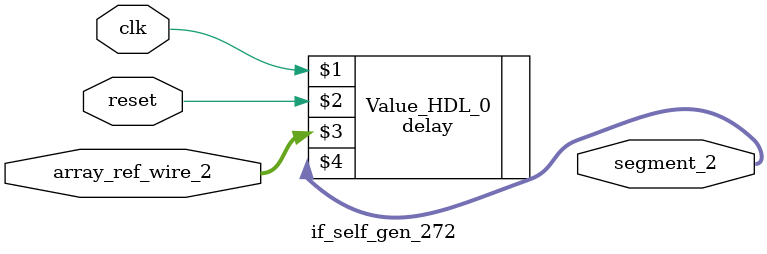
<source format=v>
module if_self_gen_272( input clk, input reset, input [31:0]array_ref_wire_2, output [31:0]segment_2); 
	wire [31:0]segment_2;
	//Proceed with segment_2 = array_ref_wire_2
	delay Value_HDL_0 ( clk, reset, array_ref_wire_2, segment_2);
endmodule
</source>
